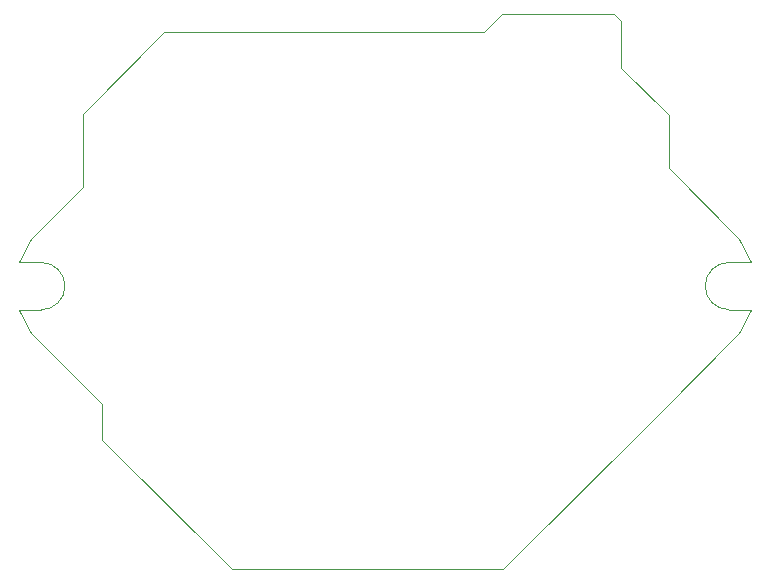
<source format=gbr>
G04 #@! TF.FileFunction,Profile,NP*
%FSLAX46Y46*%
G04 Gerber Fmt 4.6, Leading zero omitted, Abs format (unit mm)*
G04 Created by KiCad (PCBNEW 4.0.2+dfsg1-stable) date dim. 11 sept. 2016 16:56:50 CEST*
%MOMM*%
G01*
G04 APERTURE LIST*
%ADD10C,0.150000*%
%ADD11C,0.100000*%
G04 APERTURE END LIST*
D10*
D11*
X90400000Y-42000000D02*
X80900000Y-42000000D01*
X91000000Y-42600000D02*
X90400000Y-42000000D01*
X79400000Y-43500000D02*
X80900000Y-42000000D01*
X58000000Y-89000000D02*
X81000000Y-89000000D01*
X47000000Y-78000000D02*
X58000000Y-89000000D01*
X47000000Y-75000000D02*
X47000000Y-78000000D01*
X94000000Y-76000000D02*
X81000000Y-89000000D01*
X41900000Y-67000000D02*
G75*
G03X43900000Y-65000000I0J2000000D01*
G01*
X43900000Y-65000000D02*
G75*
G03X41900000Y-63000000I-2000000J0D01*
G01*
X40000000Y-63000000D02*
X41900000Y-63000000D01*
X40000000Y-67000000D02*
X41900000Y-67000000D01*
X100100000Y-63000000D02*
G75*
G03X98100000Y-65000000I0J-2000000D01*
G01*
X98100000Y-65000000D02*
G75*
G03X100100000Y-67000000I2000000J0D01*
G01*
X100100000Y-63000000D02*
X102000000Y-63000000D01*
X102000000Y-67000000D02*
X100100000Y-67000000D01*
X101000000Y-69000000D02*
X94000000Y-76000000D01*
X95000000Y-55000000D02*
X95000000Y-50500000D01*
X101000000Y-61000000D02*
X95000000Y-55000000D01*
X45400000Y-56600000D02*
X45400000Y-50400000D01*
X41000000Y-61000000D02*
X45400000Y-56600000D01*
X41000000Y-69000000D02*
X47000000Y-75000000D01*
X91000000Y-46500000D02*
X95000000Y-50500000D01*
X102000000Y-63000000D02*
X101000000Y-61000000D01*
X102000000Y-67000000D02*
X101000000Y-69000000D01*
X40000000Y-63000000D02*
X41000000Y-61000000D01*
X40000000Y-67000000D02*
X41000000Y-69000000D01*
X79400000Y-43500000D02*
X52300000Y-43500000D01*
X45400000Y-50400000D02*
X52300000Y-43500000D01*
X91000000Y-46500000D02*
X91000000Y-42600000D01*
M02*

</source>
